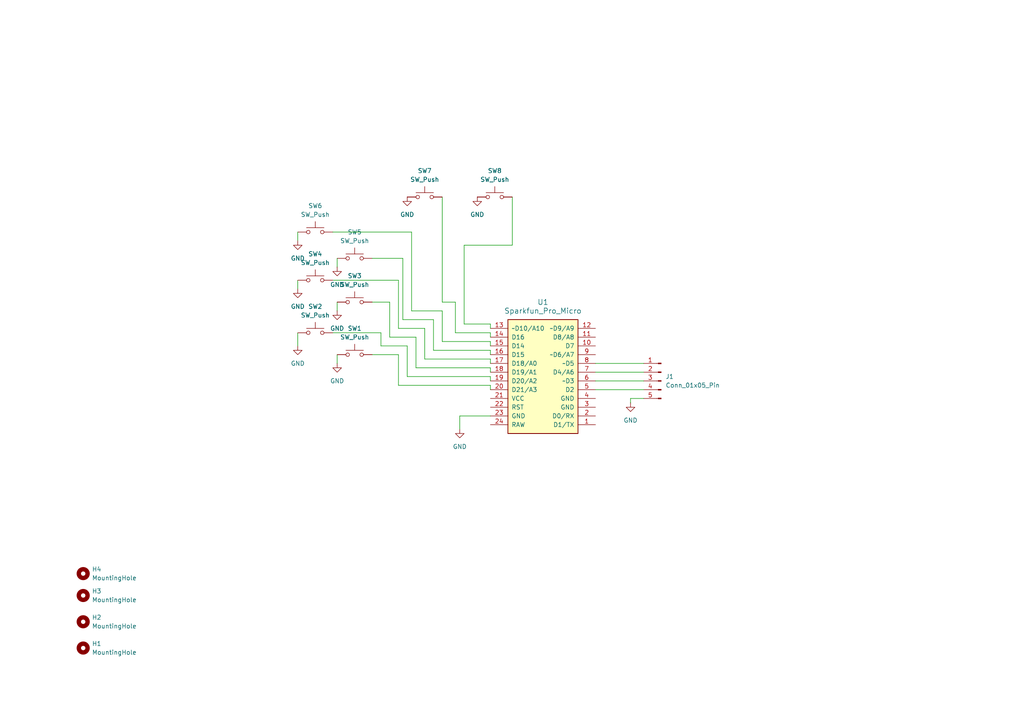
<source format=kicad_sch>
(kicad_sch (version 20250114) (generator "eeschema") (generator_version "9.0")
  (paper "A4")
  (lib_symbols
    (symbol "Connector:Conn_01x05_Pin" (pin_names (offset 1.016) (hide yes))
      (property "Reference" "J" (at 0 7.62 0))
      (property "Value" "Conn_01x05_Pin" (at 0 -7.62 0))
      (symbol "Conn_01x05_Pin_1_1"
        (rectangle (start 0.8636 5.207) (end 0 4.953) (stroke (width 0.1524)) (fill (type outline)))
        (rectangle (start 0.8636 2.667) (end 0 2.413) (stroke (width 0.1524)) (fill (type outline)))
        (rectangle (start 0.8636 0.127) (end 0 -0.127) (stroke (width 0.1524)) (fill (type outline)))
        (rectangle (start 0.8636 -2.413) (end 0 -2.667) (stroke (width 0.1524)) (fill (type outline)))
        (rectangle (start 0.8636 -4.953) (end 0 -5.207) (stroke (width 0.1524)) (fill (type outline)))
        (polyline (pts (xy 1.27 5.08) (xy 0.8636 5.08)) (stroke (width 0.1524)))
        (polyline (pts (xy 1.27 2.54) (xy 0.8636 2.54)) (stroke (width 0.1524)))
        (polyline (pts (xy 1.27 0) (xy 0.8636 0)) (stroke (width 0.1524)))
        (polyline (pts (xy 1.27 -2.54) (xy 0.8636 -2.54)) (stroke (width 0.1524)))
        (polyline (pts (xy 1.27 -5.08) (xy 0.8636 -5.08)) (stroke (width 0.1524)))
        (pin passive line (at 5.08 5.08 180) (length 3.81) (name "Pin_1") (number "1"))
        (pin passive line (at 5.08 2.54 180) (length 3.81) (name "Pin_2") (number "2"))
        (pin passive line (at 5.08 0 180) (length 3.81) (name "Pin_3") (number "3"))
        (pin passive line (at 5.08 -2.54 180) (length 3.81) (name "Pin_4") (number "4"))
        (pin passive line (at 5.08 -5.08 180) (length 3.81) (name "Pin_5") (number "5"))
      )
    )
    (symbol "Mechanical:MountingHole" (pin_names (offset 1.016)) (in_bom no)
      (property "Reference" "H" (at 0 5.08 0))
      (property "Value" "MountingHole" (at 0 3.175 0))
      (symbol "MountingHole_0_1"
        (circle (center 0 0) (radius 1.27) (stroke (width 1.27)))
      )
    )
    (symbol "Switch:SW_Push" (pin_numbers (hide yes)) (pin_names (offset 1.016) (hide yes))
      (property "Reference" "SW" (at 1.27 2.54 0))
      (property "Value" "SW_Push" (at 0 -1.524 0))
      (symbol "SW_Push_0_1"
        (circle (center -2.032 0) (radius 0.508))
        (polyline (pts (xy 0 1.27) (xy 0 3.048)))
        (circle (center 2.032 0) (radius 0.508))
        (polyline (pts (xy 2.54 1.27) (xy -2.54 1.27)))
        (pin passive line (at -5.08 0 0) (length 2.54) (name "1") (number "1"))
        (pin passive line (at 5.08 0 180) (length 2.54) (name "2") (number "2"))
      )
    )
    (symbol "power:GND" (power) (pin_numbers (hide yes)) (pin_names (offset 0) (hide yes))
      (property "Value" "GND" (at 0 -3.81 0))
      (symbol "GND_0_1"
        (polyline (pts (xy 0 0) (xy 0 -1.27) (xy 1.27 -1.27) (xy 0 -2.54) (xy -1.27 -1.27) (xy 0 -1.27)))
      )
      (symbol "GND_1_1"
        (pin power_in line (at 0 0 270) (length 0) (name "~") (number "1"))
      )
    )
    (symbol "sparkfun_pro_micro:Sparkfun_Pro_Micro" (pin_names (offset 1.016))
      (property "Reference" "U1" (at 0 22.86 0))
      (property "Value" "Sparkfun_Pro_Micro" (at 0 20.32 0))
      (symbol "Sparkfun_Pro_Micro_0_1"
        (rectangle (start -10.16 17.78) (end 10.16 -15.24) (stroke (width 0.254)) (fill (type background)))
      )
      (symbol "Sparkfun_Pro_Micro_1_1"
        (pin bidirectional line (at -15.24 15.24 0) (length 5.08) (name "D1/TX") (number "1"))
        (pin bidirectional line (at -15.24 12.7 0) (length 5.08) (name "D0/RX") (number "2"))
        (pin power_in line (at -15.24 10.16 0) (length 5.08) (name "GND") (number "3"))
        (pin power_in line (at -15.24 7.62 0) (length 5.08) (name "GND") (number "4"))
        (pin bidirectional line (at -15.24 5.08 0) (length 5.08) (name "D2") (number "5"))
        (pin bidirectional line (at -15.24 2.54 0) (length 5.08) (name "~D3") (number "6"))
        (pin bidirectional line (at -15.24 0 0) (length 5.08) (name "D4/A6") (number "7"))
        (pin bidirectional line (at -15.24 -2.54 0) (length 5.08) (name "~D5") (number "8"))
        (pin bidirectional line (at -15.24 -5.08 0) (length 5.08) (name "~D6/A7") (number "9"))
        (pin bidirectional line (at -15.24 -7.62 0) (length 5.08) (name "D7") (number "10"))
        (pin bidirectional line (at -15.24 -10.16 0) (length 5.08) (name "D8/A8") (number "11"))
        (pin bidirectional line (at -15.24 -12.7 0) (length 5.08) (name "~D9/A9") (number "12"))
        (pin power_in line (at 15.24 15.24 180) (length 5.08) (name "RAW") (number "24"))
        (pin power_in line (at 15.24 12.7 180) (length 5.08) (name "GND") (number "23"))
        (pin input line (at 15.24 10.16 180) (length 5.08) (name "RST") (number "22"))
        (pin power_in line (at 15.24 7.62 180) (length 5.08) (name "VCC") (number "21"))
        (pin bidirectional line (at 15.24 5.08 180) (length 5.08) (name "D21/A3") (number "20"))
        (pin bidirectional line (at 15.24 2.54 180) (length 5.08) (name "D20/A2") (number "19"))
        (pin bidirectional line (at 15.24 0 180) (length 5.08) (name "D19/A1") (number "18"))
        (pin bidirectional line (at 15.24 -2.54 180) (length 5.08) (name "D18/A0") (number "17"))
        (pin bidirectional line (at 15.24 -5.08 180) (length 5.08) (name "D15") (number "16"))
        (pin bidirectional line (at 15.24 -7.62 180) (length 5.08) (name "D14") (number "15"))
        (pin bidirectional line (at 15.24 -10.16 180) (length 5.08) (name "D16") (number "14"))
        (pin bidirectional line (at 15.24 -12.7 180) (length 5.08) (name "~D10/A10") (number "13"))
      )
    )
  )
  (wire (pts (xy 118.11 100.33) (xy 118.11 109.22)))
  (wire (pts (xy 116.84 74.93) (xy 107.95 74.93)))
  (wire (pts (xy 116.84 92.71) (xy 125.73 92.71)))
  (wire (pts (xy 142.24 106.68) (xy 142.24 107.95)))
  (wire (pts (xy 123.19 104.14) (xy 142.24 104.14)))
  (wire (pts (xy 172.72 110.49) (xy 186.69 110.49)))
  (wire (pts (xy 142.24 96.52) (xy 142.24 97.79)))
  (wire (pts (xy 148.59 71.12) (xy 134.62 71.12)))
  (wire (pts (xy 113.03 97.79) (xy 120.65 97.79)))
  (wire (pts (xy 96.52 81.28) (xy 115.57 81.28)))
  (wire (pts (xy 132.08 87.63) (xy 132.08 96.52)))
  (wire (pts (xy 142.24 104.14) (xy 142.24 105.41)))
  (wire (pts (xy 113.03 97.79) (xy 113.03 87.63)))
  (wire (pts (xy 97.79 74.93) (xy 97.79 77.47)))
  (wire (pts (xy 115.57 81.28) (xy 115.57 95.25)))
  (wire (pts (xy 110.49 100.33) (xy 118.11 100.33)))
  (wire (pts (xy 128.27 57.15) (xy 128.27 87.63)))
  (wire (pts (xy 113.03 87.63) (xy 107.95 87.63)))
  (wire (pts (xy 132.08 96.52) (xy 142.24 96.52)))
  (wire (pts (xy 142.24 101.6) (xy 142.24 102.87)))
  (wire (pts (xy 115.57 95.25) (xy 123.19 95.25)))
  (wire (pts (xy 128.27 90.17) (xy 128.27 99.06)))
  (wire (pts (xy 120.65 106.68) (xy 142.24 106.68)))
  (wire (pts (xy 96.52 67.31) (xy 119.38 67.31)))
  (wire (pts (xy 142.24 99.06) (xy 142.24 100.33)))
  (wire (pts (xy 148.59 57.15) (xy 148.59 71.12)))
  (wire (pts (xy 110.49 96.52) (xy 96.52 96.52)))
  (wire (pts (xy 110.49 100.33) (xy 110.49 96.52)))
  (wire (pts (xy 119.38 90.17) (xy 128.27 90.17)))
  (wire (pts (xy 97.79 102.87) (xy 97.79 105.41)))
  (wire (pts (xy 134.62 71.12) (xy 134.62 93.98)))
  (wire (pts (xy 128.27 87.63) (xy 132.08 87.63)))
  (wire (pts (xy 172.72 107.95) (xy 186.69 107.95)))
  (wire (pts (xy 172.72 105.41) (xy 186.69 105.41)))
  (wire (pts (xy 86.36 67.31) (xy 86.36 69.85)))
  (wire (pts (xy 134.62 93.98) (xy 142.24 93.98)))
  (wire (pts (xy 115.57 111.76) (xy 142.24 111.76)))
  (wire (pts (xy 182.88 115.57) (xy 182.88 116.84)))
  (wire (pts (xy 125.73 92.71) (xy 125.73 101.6)))
  (wire (pts (xy 118.11 109.22) (xy 142.24 109.22)))
  (wire (pts (xy 142.24 111.76) (xy 142.24 113.03)))
  (wire (pts (xy 107.95 102.87) (xy 115.57 102.87)))
  (wire (pts (xy 125.73 101.6) (xy 142.24 101.6)))
  (wire (pts (xy 133.35 120.65) (xy 142.24 120.65)))
  (wire (pts (xy 128.27 99.06) (xy 142.24 99.06)))
  (wire (pts (xy 115.57 102.87) (xy 115.57 111.76)))
  (wire (pts (xy 116.84 92.71) (xy 116.84 74.93)))
  (wire (pts (xy 86.36 81.28) (xy 86.36 83.82)))
  (wire (pts (xy 120.65 97.79) (xy 120.65 106.68)))
  (wire (pts (xy 119.38 67.31) (xy 119.38 90.17)))
  (wire (pts (xy 186.69 115.57) (xy 182.88 115.57)))
  (wire (pts (xy 86.36 96.52) (xy 86.36 100.33)))
  (wire (pts (xy 123.19 95.25) (xy 123.19 104.14)))
  (wire (pts (xy 142.24 109.22) (xy 142.24 110.49)))
  (wire (pts (xy 97.79 87.63) (xy 97.79 90.17)))
  (wire (pts (xy 172.72 113.03) (xy 186.69 113.03)))
  (wire (pts (xy 142.24 93.98) (xy 142.24 95.25)))
  (wire (pts (xy 133.35 120.65) (xy 133.35 124.46)))
  (symbol (lib_id "power:GND") (at 86.36 69.85 0) (unit 1)
    (property "Reference" "#PWR06" (effects (hide yes)))
    (property "Value" "GND" (at 86.36 74.93 0))
    (property "Description" "Power symbol creates a global label with name \"GND\" , ground" (effects (hide yes)))
  )
  (symbol (lib_id "Connector:Conn_01x05_Pin") (at 191.77 110.49 0) (mirror y) (unit 1)
    (property "Reference" "J1" (at 193.04 109.2199 0) (effects (justify right)))
    (property "Value" "Conn_01x05_Pin" (at 193.04 111.7599 0) (effects (justify right)))
    (property "Footprint" "Connector_PinSocket_2.54mm:PinSocket_1x05_P2.54mm_Vertical" (effects (hide yes)))
    (property "Description" "Generic connector, single row, 01x05, script generated" (effects (hide yes)))
  )
  (symbol (lib_id "Mechanical:MountingHole") (at 24.13 180.34 0) (unit 1) (in_bom no)
    (property "Reference" "H2" (at 26.67 179.0699 0) (effects (justify left)))
    (property "Value" "MountingHole" (at 26.67 181.6099 0) (effects (justify left)))
    (property "Footprint" "MountingHole:MountingHole_3.2mm_M3" (effects (hide yes)))
    (property "Description" "Mounting Hole without connection" (effects (hide yes)))
  )
  (symbol (lib_id "Mechanical:MountingHole") (at 24.13 166.37 0) (unit 1) (in_bom no)
    (property "Reference" "H4" (at 26.67 165.0999 0) (effects (justify left)))
    (property "Value" "MountingHole" (at 26.67 167.6399 0) (effects (justify left)))
    (property "Footprint" "MountingHole:MountingHole_3.2mm_M3" (effects (hide yes)))
    (property "Description" "Mounting Hole without connection" (effects (hide yes)))
  )
  (symbol (lib_id "power:GND") (at 138.43 57.15 0) (unit 1)
    (property "Reference" "#PWR08" (effects (hide yes)))
    (property "Value" "GND" (at 138.43 62.23 0))
    (property "Description" "Power symbol creates a global label with name \"GND\" , ground" (effects (hide yes)))
  )
  (symbol (lib_id "Switch:SW_Push") (at 91.44 81.28 0) (unit 1)
    (property "Reference" "SW4" (at 91.44 73.66 0))
    (property "Value" "SW_Push" (at 91.44 76.2 0))
    (property "Footprint" "Button_Switch_Keyboard:SW_Cherry_MX_1.00u_PCB" (effects (hide yes)))
    (property "Description" "Push button switch, generic, two pins" (effects (hide yes)))
  )
  (symbol (lib_id "Switch:SW_Push") (at 123.19 57.15 0) (unit 1)
    (property "Reference" "SW7" (at 123.19 49.53 0))
    (property "Value" "SW_Push" (at 123.19 52.07 0))
    (property "Footprint" "Button_Switch_Keyboard:SW_Cherry_MX_1.00u_PCB" (effects (hide yes)))
    (property "Description" "Push button switch, generic, two pins" (effects (hide yes)))
  )
  (symbol (lib_id "Switch:SW_Push") (at 91.44 96.52 0) (unit 1)
    (property "Reference" "SW2" (at 91.44 88.9 0))
    (property "Value" "SW_Push" (at 91.44 91.44 0))
    (property "Footprint" "Button_Switch_Keyboard:SW_Cherry_MX_1.00u_PCB" (effects (hide yes)))
    (property "Description" "Push button switch, generic, two pins" (effects (hide yes)))
  )
  (symbol (lib_id "power:GND") (at 97.79 77.47 0) (unit 1)
    (property "Reference" "#PWR05" (effects (hide yes)))
    (property "Value" "GND" (at 97.79 82.55 0))
    (property "Description" "Power symbol creates a global label with name \"GND\" , ground" (effects (hide yes)))
  )
  (symbol (lib_id "power:GND") (at 86.36 100.33 0) (unit 1)
    (property "Reference" "#PWR02" (effects (hide yes)))
    (property "Value" "GND" (at 86.36 105.41 0))
    (property "Description" "Power symbol creates a global label with name \"GND\" , ground" (effects (hide yes)))
  )
  (symbol (lib_id "power:GND") (at 86.36 83.82 0) (unit 1)
    (property "Reference" "#PWR04" (effects (hide yes)))
    (property "Value" "GND" (at 86.36 88.9 0))
    (property "Description" "Power symbol creates a global label with name \"GND\" , ground" (effects (hide yes)))
  )
  (symbol (lib_id "sparkfun_pro_micro:Sparkfun_Pro_Micro") (at 157.48 107.95 180) (unit 1)
    (property "Reference" "U1" (at 157.48 87.63 0) (effects (font (size 1.524 1.524))))
    (property "Value" "Sparkfun_Pro_Micro" (at 157.48 90.17 0) (effects (font (size 1.524 1.524))))
    (property "Footprint" "ArcadeController:Sparkfun_Pro_Micro" (effects (hide yes)))
    (property "Datasheet" "https://www.sparkfun.com/products/12640" (effects (hide yes)))
    (property "Description" "Sparkfun Pro Micro" (effects (hide yes)))
  )
  (symbol (lib_id "power:GND") (at 182.88 116.84 0) (unit 1)
    (property "Reference" "#PWR010" (effects (hide yes)))
    (property "Value" "GND" (at 182.88 121.92 0))
    (property "Description" "Power symbol creates a global label with name \"GND\" , ground" (effects (hide yes)))
  )
  (symbol (lib_id "Switch:SW_Push") (at 143.51 57.15 0) (unit 1)
    (property "Reference" "SW8" (at 143.51 49.53 0))
    (property "Value" "SW_Push" (at 143.51 52.07 0))
    (property "Footprint" "Button_Switch_Keyboard:SW_Cherry_MX_1.00u_PCB" (effects (hide yes)))
    (property "Description" "Push button switch, generic, two pins" (effects (hide yes)))
  )
  (symbol (lib_id "Switch:SW_Push") (at 91.44 67.31 0) (unit 1)
    (property "Reference" "SW6" (at 91.44 59.69 0))
    (property "Value" "SW_Push" (at 91.44 62.23 0))
    (property "Footprint" "Button_Switch_Keyboard:SW_Cherry_MX_1.00u_PCB" (effects (hide yes)))
    (property "Description" "Push button switch, generic, two pins" (effects (hide yes)))
  )
  (symbol (lib_id "Mechanical:MountingHole") (at 24.13 172.72 0) (unit 1) (in_bom no)
    (property "Reference" "H3" (at 26.67 171.4499 0) (effects (justify left)))
    (property "Value" "MountingHole" (at 26.67 173.9899 0) (effects (justify left)))
    (property "Footprint" "MountingHole:MountingHole_3.2mm_M3" (effects (hide yes)))
    (property "Description" "Mounting Hole without connection" (effects (hide yes)))
  )
  (symbol (lib_id "Switch:SW_Push") (at 102.87 87.63 0) (unit 1)
    (property "Reference" "SW3" (at 102.87 80.01 0))
    (property "Value" "SW_Push" (at 102.87 82.55 0))
    (property "Footprint" "Button_Switch_Keyboard:SW_Cherry_MX_1.00u_PCB" (effects (hide yes)))
    (property "Description" "Push button switch, generic, two pins" (effects (hide yes)))
  )
  (symbol (lib_id "power:GND") (at 97.79 90.17 0) (unit 1)
    (property "Reference" "#PWR03" (effects (hide yes)))
    (property "Value" "GND" (at 97.79 95.25 0))
    (property "Description" "Power symbol creates a global label with name \"GND\" , ground" (effects (hide yes)))
  )
  (symbol (lib_id "power:GND") (at 97.79 105.41 0) (unit 1)
    (property "Reference" "#PWR01" (effects (hide yes)))
    (property "Value" "GND" (at 97.79 110.49 0))
    (property "Description" "Power symbol creates a global label with name \"GND\" , ground" (effects (hide yes)))
  )
  (symbol (lib_id "Mechanical:MountingHole") (at 24.13 187.96 0) (unit 1) (in_bom no)
    (property "Reference" "H1" (at 26.67 186.6899 0) (effects (justify left)))
    (property "Value" "MountingHole" (at 26.67 189.2299 0) (effects (justify left)))
    (property "Footprint" "MountingHole:MountingHole_3.2mm_M3" (effects (hide yes)))
    (property "Description" "Mounting Hole without connection" (effects (hide yes)))
  )
  (symbol (lib_id "Switch:SW_Push") (at 102.87 74.93 0) (unit 1)
    (property "Reference" "SW5" (at 102.87 67.31 0))
    (property "Value" "SW_Push" (at 102.87 69.85 0))
    (property "Footprint" "Button_Switch_Keyboard:SW_Cherry_MX_1.00u_PCB" (effects (hide yes)))
    (property "Description" "Push button switch, generic, two pins" (effects (hide yes)))
  )
  (symbol (lib_id "power:GND") (at 118.11 57.15 0) (unit 1)
    (property "Reference" "#PWR07" (effects (hide yes)))
    (property "Value" "GND" (at 118.11 62.23 0))
    (property "Description" "Power symbol creates a global label with name \"GND\" , ground" (effects (hide yes)))
  )
  (symbol (lib_id "Switch:SW_Push") (at 102.87 102.87 0) (unit 1)
    (property "Reference" "SW1" (at 102.87 95.25 0))
    (property "Value" "SW_Push" (at 102.87 97.79 0))
    (property "Footprint" "Button_Switch_Keyboard:SW_Cherry_MX_1.00u_PCB" (effects (hide yes)))
    (property "Description" "Push button switch, generic, two pins" (effects (hide yes)))
  )
  (symbol (lib_id "power:GND") (at 133.35 124.46 0) (unit 1)
    (property "Reference" "#PWR09" (effects (hide yes)))
    (property "Value" "GND" (at 133.35 129.54 0))
    (property "Description" "Power symbol creates a global label with name \"GND\" , ground" (effects (hide yes)))
  )
)
</source>
